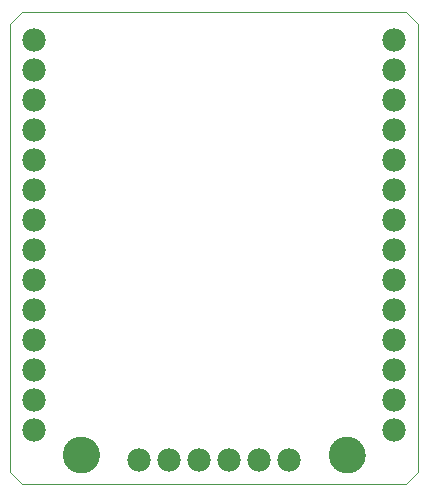
<source format=gbs>
G75*
%MOIN*%
%OFA0B0*%
%FSLAX25Y25*%
%IPPOS*%
%LPD*%
%AMOC8*
5,1,8,0,0,1.08239X$1,22.5*
%
%ADD10C,0.00000*%
%ADD11C,0.12211*%
%ADD12C,0.07800*%
D10*
X0002250Y0006187D02*
X0006187Y0002250D01*
X0134140Y0002250D01*
X0138077Y0006187D01*
X0138077Y0155793D01*
X0134140Y0159730D01*
X0006187Y0159730D01*
X0002250Y0155793D01*
X0002250Y0006187D01*
X0019966Y0012093D02*
X0019968Y0012246D01*
X0019974Y0012400D01*
X0019984Y0012553D01*
X0019998Y0012705D01*
X0020016Y0012858D01*
X0020038Y0013009D01*
X0020063Y0013160D01*
X0020093Y0013311D01*
X0020127Y0013461D01*
X0020164Y0013609D01*
X0020205Y0013757D01*
X0020250Y0013903D01*
X0020299Y0014049D01*
X0020352Y0014193D01*
X0020408Y0014335D01*
X0020468Y0014476D01*
X0020532Y0014616D01*
X0020599Y0014754D01*
X0020670Y0014890D01*
X0020745Y0015024D01*
X0020822Y0015156D01*
X0020904Y0015286D01*
X0020988Y0015414D01*
X0021076Y0015540D01*
X0021167Y0015663D01*
X0021261Y0015784D01*
X0021359Y0015902D01*
X0021459Y0016018D01*
X0021563Y0016131D01*
X0021669Y0016242D01*
X0021778Y0016350D01*
X0021890Y0016455D01*
X0022004Y0016556D01*
X0022122Y0016655D01*
X0022241Y0016751D01*
X0022363Y0016844D01*
X0022488Y0016933D01*
X0022615Y0017020D01*
X0022744Y0017102D01*
X0022875Y0017182D01*
X0023008Y0017258D01*
X0023143Y0017331D01*
X0023280Y0017400D01*
X0023419Y0017465D01*
X0023559Y0017527D01*
X0023701Y0017585D01*
X0023844Y0017640D01*
X0023989Y0017691D01*
X0024135Y0017738D01*
X0024282Y0017781D01*
X0024430Y0017820D01*
X0024579Y0017856D01*
X0024729Y0017887D01*
X0024880Y0017915D01*
X0025031Y0017939D01*
X0025184Y0017959D01*
X0025336Y0017975D01*
X0025489Y0017987D01*
X0025642Y0017995D01*
X0025795Y0017999D01*
X0025949Y0017999D01*
X0026102Y0017995D01*
X0026255Y0017987D01*
X0026408Y0017975D01*
X0026560Y0017959D01*
X0026713Y0017939D01*
X0026864Y0017915D01*
X0027015Y0017887D01*
X0027165Y0017856D01*
X0027314Y0017820D01*
X0027462Y0017781D01*
X0027609Y0017738D01*
X0027755Y0017691D01*
X0027900Y0017640D01*
X0028043Y0017585D01*
X0028185Y0017527D01*
X0028325Y0017465D01*
X0028464Y0017400D01*
X0028601Y0017331D01*
X0028736Y0017258D01*
X0028869Y0017182D01*
X0029000Y0017102D01*
X0029129Y0017020D01*
X0029256Y0016933D01*
X0029381Y0016844D01*
X0029503Y0016751D01*
X0029622Y0016655D01*
X0029740Y0016556D01*
X0029854Y0016455D01*
X0029966Y0016350D01*
X0030075Y0016242D01*
X0030181Y0016131D01*
X0030285Y0016018D01*
X0030385Y0015902D01*
X0030483Y0015784D01*
X0030577Y0015663D01*
X0030668Y0015540D01*
X0030756Y0015414D01*
X0030840Y0015286D01*
X0030922Y0015156D01*
X0030999Y0015024D01*
X0031074Y0014890D01*
X0031145Y0014754D01*
X0031212Y0014616D01*
X0031276Y0014476D01*
X0031336Y0014335D01*
X0031392Y0014193D01*
X0031445Y0014049D01*
X0031494Y0013903D01*
X0031539Y0013757D01*
X0031580Y0013609D01*
X0031617Y0013461D01*
X0031651Y0013311D01*
X0031681Y0013160D01*
X0031706Y0013009D01*
X0031728Y0012858D01*
X0031746Y0012705D01*
X0031760Y0012553D01*
X0031770Y0012400D01*
X0031776Y0012246D01*
X0031778Y0012093D01*
X0031776Y0011940D01*
X0031770Y0011786D01*
X0031760Y0011633D01*
X0031746Y0011481D01*
X0031728Y0011328D01*
X0031706Y0011177D01*
X0031681Y0011026D01*
X0031651Y0010875D01*
X0031617Y0010725D01*
X0031580Y0010577D01*
X0031539Y0010429D01*
X0031494Y0010283D01*
X0031445Y0010137D01*
X0031392Y0009993D01*
X0031336Y0009851D01*
X0031276Y0009710D01*
X0031212Y0009570D01*
X0031145Y0009432D01*
X0031074Y0009296D01*
X0030999Y0009162D01*
X0030922Y0009030D01*
X0030840Y0008900D01*
X0030756Y0008772D01*
X0030668Y0008646D01*
X0030577Y0008523D01*
X0030483Y0008402D01*
X0030385Y0008284D01*
X0030285Y0008168D01*
X0030181Y0008055D01*
X0030075Y0007944D01*
X0029966Y0007836D01*
X0029854Y0007731D01*
X0029740Y0007630D01*
X0029622Y0007531D01*
X0029503Y0007435D01*
X0029381Y0007342D01*
X0029256Y0007253D01*
X0029129Y0007166D01*
X0029000Y0007084D01*
X0028869Y0007004D01*
X0028736Y0006928D01*
X0028601Y0006855D01*
X0028464Y0006786D01*
X0028325Y0006721D01*
X0028185Y0006659D01*
X0028043Y0006601D01*
X0027900Y0006546D01*
X0027755Y0006495D01*
X0027609Y0006448D01*
X0027462Y0006405D01*
X0027314Y0006366D01*
X0027165Y0006330D01*
X0027015Y0006299D01*
X0026864Y0006271D01*
X0026713Y0006247D01*
X0026560Y0006227D01*
X0026408Y0006211D01*
X0026255Y0006199D01*
X0026102Y0006191D01*
X0025949Y0006187D01*
X0025795Y0006187D01*
X0025642Y0006191D01*
X0025489Y0006199D01*
X0025336Y0006211D01*
X0025184Y0006227D01*
X0025031Y0006247D01*
X0024880Y0006271D01*
X0024729Y0006299D01*
X0024579Y0006330D01*
X0024430Y0006366D01*
X0024282Y0006405D01*
X0024135Y0006448D01*
X0023989Y0006495D01*
X0023844Y0006546D01*
X0023701Y0006601D01*
X0023559Y0006659D01*
X0023419Y0006721D01*
X0023280Y0006786D01*
X0023143Y0006855D01*
X0023008Y0006928D01*
X0022875Y0007004D01*
X0022744Y0007084D01*
X0022615Y0007166D01*
X0022488Y0007253D01*
X0022363Y0007342D01*
X0022241Y0007435D01*
X0022122Y0007531D01*
X0022004Y0007630D01*
X0021890Y0007731D01*
X0021778Y0007836D01*
X0021669Y0007944D01*
X0021563Y0008055D01*
X0021459Y0008168D01*
X0021359Y0008284D01*
X0021261Y0008402D01*
X0021167Y0008523D01*
X0021076Y0008646D01*
X0020988Y0008772D01*
X0020904Y0008900D01*
X0020822Y0009030D01*
X0020745Y0009162D01*
X0020670Y0009296D01*
X0020599Y0009432D01*
X0020532Y0009570D01*
X0020468Y0009710D01*
X0020408Y0009851D01*
X0020352Y0009993D01*
X0020299Y0010137D01*
X0020250Y0010283D01*
X0020205Y0010429D01*
X0020164Y0010577D01*
X0020127Y0010725D01*
X0020093Y0010875D01*
X0020063Y0011026D01*
X0020038Y0011177D01*
X0020016Y0011328D01*
X0019998Y0011481D01*
X0019984Y0011633D01*
X0019974Y0011786D01*
X0019968Y0011940D01*
X0019966Y0012093D01*
X0108549Y0012093D02*
X0108551Y0012246D01*
X0108557Y0012400D01*
X0108567Y0012553D01*
X0108581Y0012705D01*
X0108599Y0012858D01*
X0108621Y0013009D01*
X0108646Y0013160D01*
X0108676Y0013311D01*
X0108710Y0013461D01*
X0108747Y0013609D01*
X0108788Y0013757D01*
X0108833Y0013903D01*
X0108882Y0014049D01*
X0108935Y0014193D01*
X0108991Y0014335D01*
X0109051Y0014476D01*
X0109115Y0014616D01*
X0109182Y0014754D01*
X0109253Y0014890D01*
X0109328Y0015024D01*
X0109405Y0015156D01*
X0109487Y0015286D01*
X0109571Y0015414D01*
X0109659Y0015540D01*
X0109750Y0015663D01*
X0109844Y0015784D01*
X0109942Y0015902D01*
X0110042Y0016018D01*
X0110146Y0016131D01*
X0110252Y0016242D01*
X0110361Y0016350D01*
X0110473Y0016455D01*
X0110587Y0016556D01*
X0110705Y0016655D01*
X0110824Y0016751D01*
X0110946Y0016844D01*
X0111071Y0016933D01*
X0111198Y0017020D01*
X0111327Y0017102D01*
X0111458Y0017182D01*
X0111591Y0017258D01*
X0111726Y0017331D01*
X0111863Y0017400D01*
X0112002Y0017465D01*
X0112142Y0017527D01*
X0112284Y0017585D01*
X0112427Y0017640D01*
X0112572Y0017691D01*
X0112718Y0017738D01*
X0112865Y0017781D01*
X0113013Y0017820D01*
X0113162Y0017856D01*
X0113312Y0017887D01*
X0113463Y0017915D01*
X0113614Y0017939D01*
X0113767Y0017959D01*
X0113919Y0017975D01*
X0114072Y0017987D01*
X0114225Y0017995D01*
X0114378Y0017999D01*
X0114532Y0017999D01*
X0114685Y0017995D01*
X0114838Y0017987D01*
X0114991Y0017975D01*
X0115143Y0017959D01*
X0115296Y0017939D01*
X0115447Y0017915D01*
X0115598Y0017887D01*
X0115748Y0017856D01*
X0115897Y0017820D01*
X0116045Y0017781D01*
X0116192Y0017738D01*
X0116338Y0017691D01*
X0116483Y0017640D01*
X0116626Y0017585D01*
X0116768Y0017527D01*
X0116908Y0017465D01*
X0117047Y0017400D01*
X0117184Y0017331D01*
X0117319Y0017258D01*
X0117452Y0017182D01*
X0117583Y0017102D01*
X0117712Y0017020D01*
X0117839Y0016933D01*
X0117964Y0016844D01*
X0118086Y0016751D01*
X0118205Y0016655D01*
X0118323Y0016556D01*
X0118437Y0016455D01*
X0118549Y0016350D01*
X0118658Y0016242D01*
X0118764Y0016131D01*
X0118868Y0016018D01*
X0118968Y0015902D01*
X0119066Y0015784D01*
X0119160Y0015663D01*
X0119251Y0015540D01*
X0119339Y0015414D01*
X0119423Y0015286D01*
X0119505Y0015156D01*
X0119582Y0015024D01*
X0119657Y0014890D01*
X0119728Y0014754D01*
X0119795Y0014616D01*
X0119859Y0014476D01*
X0119919Y0014335D01*
X0119975Y0014193D01*
X0120028Y0014049D01*
X0120077Y0013903D01*
X0120122Y0013757D01*
X0120163Y0013609D01*
X0120200Y0013461D01*
X0120234Y0013311D01*
X0120264Y0013160D01*
X0120289Y0013009D01*
X0120311Y0012858D01*
X0120329Y0012705D01*
X0120343Y0012553D01*
X0120353Y0012400D01*
X0120359Y0012246D01*
X0120361Y0012093D01*
X0120359Y0011940D01*
X0120353Y0011786D01*
X0120343Y0011633D01*
X0120329Y0011481D01*
X0120311Y0011328D01*
X0120289Y0011177D01*
X0120264Y0011026D01*
X0120234Y0010875D01*
X0120200Y0010725D01*
X0120163Y0010577D01*
X0120122Y0010429D01*
X0120077Y0010283D01*
X0120028Y0010137D01*
X0119975Y0009993D01*
X0119919Y0009851D01*
X0119859Y0009710D01*
X0119795Y0009570D01*
X0119728Y0009432D01*
X0119657Y0009296D01*
X0119582Y0009162D01*
X0119505Y0009030D01*
X0119423Y0008900D01*
X0119339Y0008772D01*
X0119251Y0008646D01*
X0119160Y0008523D01*
X0119066Y0008402D01*
X0118968Y0008284D01*
X0118868Y0008168D01*
X0118764Y0008055D01*
X0118658Y0007944D01*
X0118549Y0007836D01*
X0118437Y0007731D01*
X0118323Y0007630D01*
X0118205Y0007531D01*
X0118086Y0007435D01*
X0117964Y0007342D01*
X0117839Y0007253D01*
X0117712Y0007166D01*
X0117583Y0007084D01*
X0117452Y0007004D01*
X0117319Y0006928D01*
X0117184Y0006855D01*
X0117047Y0006786D01*
X0116908Y0006721D01*
X0116768Y0006659D01*
X0116626Y0006601D01*
X0116483Y0006546D01*
X0116338Y0006495D01*
X0116192Y0006448D01*
X0116045Y0006405D01*
X0115897Y0006366D01*
X0115748Y0006330D01*
X0115598Y0006299D01*
X0115447Y0006271D01*
X0115296Y0006247D01*
X0115143Y0006227D01*
X0114991Y0006211D01*
X0114838Y0006199D01*
X0114685Y0006191D01*
X0114532Y0006187D01*
X0114378Y0006187D01*
X0114225Y0006191D01*
X0114072Y0006199D01*
X0113919Y0006211D01*
X0113767Y0006227D01*
X0113614Y0006247D01*
X0113463Y0006271D01*
X0113312Y0006299D01*
X0113162Y0006330D01*
X0113013Y0006366D01*
X0112865Y0006405D01*
X0112718Y0006448D01*
X0112572Y0006495D01*
X0112427Y0006546D01*
X0112284Y0006601D01*
X0112142Y0006659D01*
X0112002Y0006721D01*
X0111863Y0006786D01*
X0111726Y0006855D01*
X0111591Y0006928D01*
X0111458Y0007004D01*
X0111327Y0007084D01*
X0111198Y0007166D01*
X0111071Y0007253D01*
X0110946Y0007342D01*
X0110824Y0007435D01*
X0110705Y0007531D01*
X0110587Y0007630D01*
X0110473Y0007731D01*
X0110361Y0007836D01*
X0110252Y0007944D01*
X0110146Y0008055D01*
X0110042Y0008168D01*
X0109942Y0008284D01*
X0109844Y0008402D01*
X0109750Y0008523D01*
X0109659Y0008646D01*
X0109571Y0008772D01*
X0109487Y0008900D01*
X0109405Y0009030D01*
X0109328Y0009162D01*
X0109253Y0009296D01*
X0109182Y0009432D01*
X0109115Y0009570D01*
X0109051Y0009710D01*
X0108991Y0009851D01*
X0108935Y0009993D01*
X0108882Y0010137D01*
X0108833Y0010283D01*
X0108788Y0010429D01*
X0108747Y0010577D01*
X0108710Y0010725D01*
X0108676Y0010875D01*
X0108646Y0011026D01*
X0108621Y0011177D01*
X0108599Y0011328D01*
X0108581Y0011481D01*
X0108567Y0011633D01*
X0108557Y0011786D01*
X0108551Y0011940D01*
X0108549Y0012093D01*
D11*
X0114455Y0012093D03*
X0025872Y0012093D03*
D12*
X0010250Y0020250D03*
X0010250Y0030250D03*
X0010250Y0040250D03*
X0010250Y0050250D03*
X0010250Y0060250D03*
X0010250Y0070250D03*
X0010250Y0080250D03*
X0010250Y0090250D03*
X0010250Y0100250D03*
X0010250Y0110250D03*
X0010250Y0120250D03*
X0010250Y0130250D03*
X0010250Y0140250D03*
X0010250Y0150250D03*
X0045250Y0010250D03*
X0055250Y0010250D03*
X0065250Y0010250D03*
X0075250Y0010250D03*
X0085250Y0010250D03*
X0095250Y0010250D03*
X0130250Y0020250D03*
X0130250Y0030250D03*
X0130250Y0040250D03*
X0130250Y0050250D03*
X0130250Y0060250D03*
X0130250Y0070250D03*
X0130250Y0080250D03*
X0130250Y0090250D03*
X0130250Y0100250D03*
X0130250Y0110250D03*
X0130250Y0120250D03*
X0130250Y0130250D03*
X0130250Y0140250D03*
X0130250Y0150250D03*
M02*

</source>
